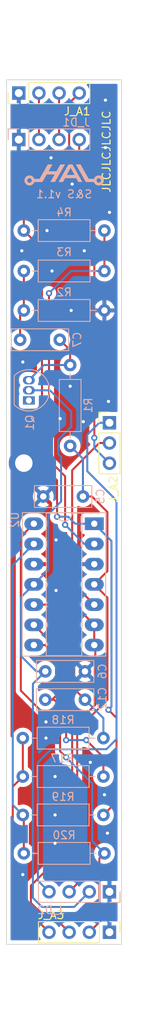
<source format=kicad_pcb>
(kicad_pcb (version 20240108) (generator "pcbnew") (generator_version "8.0")
  (title_block (rev "v1.1"))
  (layers (0 "F.Cu" signal) (31 "B.Cu" signal) (34 "B.Paste" user) (35 "F.Paste" user) (36 "B.SilkS" user "B.Silkscreen") (37 "F.SilkS" user "F.Silkscreen") (38 "B.Mask" user) (39 "F.Mask" user) (44 "Edge.Cuts" user))
  (net 0 "")
  (net 1 "GND")
  (net 2 "+12V")
  (net 3 "/NOISE")
  (net 4 "Net-(R3-Pad1)")
  (net 5 "Net-(C7-Pad2)")
  (net 6 "Net-(C7-Pad1)")
  (net 7 "Net-(J_A3-Pad4)")
  (net 8 "Net-(C12-Pad1)")
  (net 9 "Net-(J_A3-Pad2)")
  (net 10 "Net-(R19-Pad1)")
  (net 11 "Net-(C12-Pad2)")
  (net 13 "Net-(J_A2-Pad2)")
  (net 14 "Net-(J_A3-Pad3)")
  (net 15 "-12V")
  (net 16 "/CAP")
  (net 17 "Net-(J_A1-Pad2)")
  (net 18 "Net-(J_A1-Pad3)")
  (net 19 "/S_H2")
  (footprint "Eurorack:M2 Screw Hole" (layer "F.Cu") (at 30.734 85.979)
    (property "Reference" "REF**" (hide yes))
    (property "Value" "M2 Screw Hole" (hide yes))
    (pad "" thru_hole circle (at 0 0) (size 3.8 3.8) (drill 2.2) (layers "*.Cu" "*.Mask") (net 1 "GND"))
  )
  (footprint "Connector_PinHeader_2.54mm:PinHeader_1x04_P2.54mm_Vertical" (layer "F.Cu") (at 41.529 144.907 -90)
    (property "Reference" "J_A3" (at -2.159 7.366 180) (layer "F.SilkS"))
    (property "Value" "Conn_01x04_Male")
    (fp_line (start -1.33 8.95) (end 1.33 8.95) (stroke (width 0.12)) (layer "F.SilkS"))
    (fp_line (start -1.33 1.27) (end -1.33 8.95) (stroke (width 0.12)) (layer "F.SilkS"))
    (fp_line (start -1.33 1.27) (end 1.33 1.27) (stroke (width 0.12)) (layer "F.SilkS"))
    (fp_line (start 1.33 1.27) (end 1.33 8.95) (stroke (width 0.12)) (layer "F.SilkS"))
    (fp_line (start -1.33 0) (end -1.33 -1.33) (stroke (width 0.12)) (layer "F.SilkS"))
    (fp_line (start -1.33 -1.33) (end 0 -1.33) (stroke (width 0.12)) (layer "F.SilkS"))
    (pad "1" thru_hole rect (at 0 0 270) (size 1.7 1.7) (drill 1) (layers "*.Cu" "*.Mask") (net 1 "GND"))
    (pad "2" thru_hole oval (at 0 2.54 270) (size 1.7 1.7) (drill 1) (layers "*.Cu" "*.Mask") (net 9 "Net-(J_A3-Pad2)"))
    (pad "3" thru_hole oval (at 0 5.08 270) (size 1.7 1.7) (drill 1) (layers "*.Cu" "*.Mask") (net 14 "Net-(J_A3-Pad3)"))
    (pad "4" thru_hole oval (at 0 7.62 270) (size 1.7 1.7) (drill 1) (layers "*.Cu" "*.Mask") (net 7 "Net-(J_A3-Pad4)"))
  )
  (footprint "Connector_PinHeader_2.54mm:PinHeader_1x04_P2.54mm_Vertical" (layer "F.Cu") (at 30.099 39.497 90)
    (property "Reference" "J_A1" (at -2.286 7.366 180) (layer "F.SilkS"))
    (property "Value" "Conn_01x04_Male")
    (fp_line (start -1.33 -1.33) (end 0 -1.33) (stroke (width 0.12)) (layer "F.SilkS"))
    (fp_line (start -1.33 0) (end -1.33 -1.33) (stroke (width 0.12)) (layer "F.SilkS"))
    (fp_line (start 1.33 1.27) (end 1.33 8.95) (stroke (width 0.12)) (layer "F.SilkS"))
    (fp_line (start -1.33 1.27) (end 1.33 1.27) (stroke (width 0.12)) (layer "F.SilkS"))
    (fp_line (start -1.33 1.27) (end -1.33 8.95) (stroke (width 0.12)) (layer "F.SilkS"))
    (fp_line (start -1.33 8.95) (end 1.33 8.95) (stroke (width 0.12)) (layer "F.SilkS"))
    (pad "1" thru_hole rect (at 0 0 90) (size 1.7 1.7) (drill 1) (layers "*.Cu" "*.Mask") (net 1 "GND"))
    (pad "2" thru_hole oval (at 0 2.54 90) (size 1.7 1.7) (drill 1) (layers "*.Cu" "*.Mask") (net 17 "Net-(J_A1-Pad2)"))
    (pad "3" thru_hole oval (at 0 5.08 90) (size 1.7 1.7) (drill 1) (layers "*.Cu" "*.Mask") (net 18 "Net-(J_A1-Pad3)"))
    (pad "4" thru_hole oval (at 0 7.62 90) (size 1.7 1.7) (drill 1) (layers "*.Cu" "*.Mask") (net 3 "/NOISE"))
  )
  (footprint "Connector_PinHeader_2.54mm:PinHeader_1x03_P2.54mm_Vertical" (layer "F.Cu") (at 41.529 80.914)
    (property "Reference" "J_A2" (at 0.508 8.367 90) (layer "F.SilkS"))
    (property "Value" "Conn_01x03_Male")
    (fp_line (start -1.33 -1.33) (end 0 -1.33) (stroke (width 0.12)) (layer "F.SilkS"))
    (fp_line (start -1.33 0) (end -1.33 -1.33) (stroke (width 0.12)) (layer "F.SilkS"))
    (fp_line (start -1.33 1.27) (end -1.33 6.41) (stroke (width 0.12)) (layer "F.SilkS"))
    (fp_line (start -1.33 1.27) (end 1.33 1.27) (stroke (width 0.12)) (layer "F.SilkS"))
    (fp_line (start -1.33 6.41) (end 1.33 6.41) (stroke (width 0.12)) (layer "F.SilkS"))
    (fp_line (start 1.33 1.27) (end 1.33 6.41) (stroke (width 0.12)) (layer "F.SilkS"))
    (pad "1" thru_hole rect (at 0 0) (size 1.7 1.7) (drill 1) (layers "*.Cu" "*.Mask") (net 16 "/CAP"))
    (pad "2" thru_hole oval (at 0 2.54) (size 1.7 1.7) (drill 1) (layers "*.Cu" "*.Mask") (net 13 "Net-(J_A2-Pad2)"))
    (pad "3" thru_hole oval (at 0 5.08) (size 1.7 1.7) (drill 1) (layers "*.Cu" "*.Mask") (net 19 "/S_H2"))
  )
  (footprint "Resistor_THT:R_Axial_DIN0207_L6.3mm_D2.5mm_P10.16mm_Horizontal" (layer "B.Cu") (at 40.894 61.849 180)
    (property "Reference" "R3" (at 5.08 2.37 0) (layer "B.SilkS") (effects (justify mirror)))
    (property "Value" "2.2k")
    (fp_line (start 9.12 0) (end 8.35 0) (stroke (width 0.12)) (layer "B.SilkS"))
    (fp_line (start 8.35 1.37) (end 1.81 1.37) (stroke (width 0.12)) (layer "B.SilkS"))
    (fp_line (start 8.35 -1.37) (end 8.35 1.37) (stroke (width 0.12)) (layer "B.SilkS"))
    (fp_line (start 1.81 1.37) (end 1.81 -1.37) (stroke (width 0.12)) (layer "B.SilkS"))
    (fp_line (start 1.81 -1.37) (end 8.35 -1.37) (stroke (width 0.12)) (layer "B.SilkS"))
    (fp_line (start 1.04 0) (end 1.81 0) (stroke (width 0.12)) (layer "B.SilkS"))
    (pad "1" thru_hole circle (at 0 0 180) (size 1.6 1.6) (drill 0.8) (layers "*.Cu" "*.Mask") (net 4 "Net-(R3-Pad1)"))
    (pad "2" thru_hole oval (at 10.16 0 180) (size 1.6 1.6) (drill 0.8) (layers "*.Cu" "*.Mask") (net 5 "Net-(C7-Pad2)"))
  )
  (footprint "Resistor_THT:R_Axial_DIN0207_L6.3mm_D2.5mm_P10.16mm_Horizontal" (layer "B.Cu") (at 30.734 66.802)
    (property "Reference" "R2" (at 5.08 -2.286 0) (layer "B.SilkS") (effects (justify mirror)))
    (property "Value" "1M")
    (fp_line (start 1.04 0) (end 1.81 0) (stroke (width 0.12)) (layer "B.SilkS"))
    (fp_line (start 1.81 -1.37) (end 8.35 -1.37) (stroke (width 0.12)) (layer "B.SilkS"))
    (fp_line (start 1.81 1.37) (end 1.81 -1.37) (stroke (width 0.12)) (layer "B.SilkS"))
    (fp_line (start 8.35 -1.37) (end 8.35 1.37) (stroke (width 0.12)) (layer "B.SilkS"))
    (fp_line (start 8.35 1.37) (end 1.81 1.37) (stroke (width 0.12)) (layer "B.SilkS"))
    (fp_line (start 9.12 0) (end 8.35 0) (stroke (width 0.12)) (layer "B.SilkS"))
    (pad "1" thru_hole circle (at 0 0) (size 1.6 1.6) (drill 0.8) (layers "*.Cu" "*.Mask") (net 5 "Net-(C7-Pad2)"))
    (pad "2" thru_hole oval (at 10.16 0) (size 1.6 1.6) (drill 0.8) (layers "*.Cu" "*.Mask") (net 1 "GND"))
  )
  (footprint "Connector_PinHeader_2.54mm:PinHeader_1x04_P2.54mm_Vertical" (layer "B.Cu") (at 41.529 139.827 90)
    (property "Reference" "J_D2" (at -2.286 -7.366 180) (layer "B.SilkS") (effects (justify mirror)))
    (property "Value" "Conn_01x04_Female")
    (fp_line (start -1.33 -8.95) (end 1.33 -8.95) (stroke (width 0.12)) (layer "B.SilkS"))
    (fp_line (start 1.33 -1.27) (end 1.33 -8.95) (stroke (width 0.12)) (layer "B.SilkS"))
    (fp_line (start -1.33 -1.27) (end -1.33 -8.95) (stroke (width 0.12)) (layer "B.SilkS"))
    (fp_line (start -1.33 -1.27) (end 1.33 -1.27) (stroke (width 0.12)) (layer "B.SilkS"))
    (fp_line (start -1.33 0) (end -1.33 1.33) (stroke (width 0.12)) (layer "B.SilkS"))
    (fp_line (start -1.33 1.33) (end 0 1.33) (stroke (width 0.12)) (layer "B.SilkS"))
    (pad "1" thru_hole rect (at 0 0 90) (size 1.7 1.7) (drill 1) (layers "*.Cu" "*.Mask") (net 1 "GND"))
    (pad "2" thru_hole oval (at 0 -2.54 90) (size 1.7 1.7) (drill 1) (layers "*.Cu" "*.Mask") (net 15 "-12V"))
    (pad "3" thru_hole oval (at 0 -5.08 90) (size 1.7 1.7) (drill 1) (layers "*.Cu" "*.Mask") (net 2 "+12V"))
    (pad "4" thru_hole oval (at 0 -7.62 90) (size 1.7 1.7) (drill 1) (layers "*.Cu" "*.Mask") (net 16 "/CAP"))
  )
  (footprint "Capacitor_THT:C_Disc_D7.0mm_W2.5mm_P5.00mm" (layer "B.Cu") (at 38.441 115.697 180)
    (property "Reference" "C12" (at -2.199 0.127 90) (layer "B.SilkS") (effects (justify mirror)))
    (property "Value" "100pF")
    (fp_line (start 6.12 1.37) (end 6.12 -1.37) (stroke (width 0.12)) (layer "B.SilkS"))
    (fp_line (start -1.12 1.37) (end 6.12 1.37) (stroke (width 0.12)) (layer "B.SilkS"))
    (fp_line (start -1.12 1.37) (end -1.12 -1.37) (stroke (width 0.12)) (layer "B.SilkS"))
    (fp_line (start -1.12 -1.37) (end 6.12 -1.37) (stroke (width 0.12)) (layer "B.SilkS"))
    (pad "1" thru_hole circle (at 0 0 180) (size 1.6 1.6) (drill 0.8) (layers "*.Cu" "*.Mask") (net 8 "Net-(C12-Pad1)"))
    (pad "2" thru_hole circle (at 5 0 180) (size 1.6 1.6) (drill 0.8) (layers "*.Cu" "*.Mask") (net 11 "Net-(C12-Pad2)"))
  )
  (footprint "Capacitor_THT:C_Disc_D7.0mm_W2.5mm_P5.00mm" (layer "B.Cu") (at 38.441 112.141 180)
    (property "Reference" "C6" (at -2.199 0 90) (layer "B.SilkS") (effects (justify mirror)))
    (property "Value" "0.1uF")
    (fp_line (start 6.12 1.37) (end 6.12 -1.37) (stroke (width 0.12)) (layer "B.SilkS"))
    (fp_line (start -1.12 1.37) (end 6.12 1.37) (stroke (width 0.12)) (layer "B.SilkS"))
    (fp_line (start -1.12 1.37) (end -1.12 -1.37) (stroke (width 0.12)) (layer "B.SilkS"))
    (fp_line (start -1.12 -1.37) (end 6.12 -1.37) (stroke (width 0.12)) (layer "B.SilkS"))
    (pad "1" thru_hole circle (at 0 0 180) (size 1.6 1.6) (drill 0.8) (layers "*.Cu" "*.Mask") (net 1 "GND"))
    (pad "2" thru_hole circle (at 5 0 180) (size 1.6 1.6) (drill 0.8) (layers "*.Cu" "*.Mask") (net 15 "-12V"))
  )
  (footprint "Resistor_THT:R_Axial_DIN0207_L6.3mm_D2.5mm_P10.16mm_Horizontal" (layer "B.Cu") (at 30.607 120.523)
    (property "Reference" "R18" (at 5.08 -2.286 0) (layer "B.SilkS") (effects (justify mirror)))
    (property "Value" "4.7k")
    (fp_line (start 1.04 0) (end 1.81 0) (stroke (width 0.12)) (layer "B.SilkS"))
    (fp_line (start 1.81 -1.37) (end 8.35 -1.37) (stroke (width 0.12)) (layer "B.SilkS"))
    (fp_line (start 1.81 1.37) (end 1.81 -1.37) (stroke (width 0.12)) (layer "B.SilkS"))
    (fp_line (start 8.35 -1.37) (end 8.35 1.37) (stroke (width 0.12)) (layer "B.SilkS"))
    (fp_line (start 8.35 1.37) (end 1.81 1.37) (stroke (width 0.12)) (layer "B.SilkS"))
    (fp_line (start 9.12 0) (end 8.35 0) (stroke (width 0.12)) (layer "B.SilkS"))
    (pad "1" thru_hole circle (at 0 0) (size 1.6 1.6) (drill 0.8) (layers "*.Cu" "*.Mask") (net 7 "Net-(J_A3-Pad4)"))
    (pad "2" thru_hole oval (at 10.16 0) (size 1.6 1.6) (drill 0.8) (layers "*.Cu" "*.Mask") (net 8 "Net-(C12-Pad1)"))
  )
  (footprint "Resistor_THT:R_Axial_DIN0207_L6.3mm_D2.5mm_P10.16mm_Horizontal" (layer "B.Cu") (at 30.607 125.349)
    (property "Reference" "R17" (at 4.953 -2.286 0) (layer "B.SilkS") (effects (justify mirror)))
    (property "Value" "1k")
    (fp_line (start 1.04 0) (end 1.81 0) (stroke (width 0.12)) (layer "B.SilkS"))
    (fp_line (start 1.81 -1.37) (end 8.35 -1.37) (stroke (width 0.12)) (layer "B.SilkS"))
    (fp_line (start 1.81 1.37) (end 1.81 -1.37) (stroke (width 0.12)) (layer "B.SilkS"))
    (fp_line (start 8.35 -1.37) (end 8.35 1.37) (stroke (width 0.12)) (layer "B.SilkS"))
    (fp_line (start 8.35 1.37) (end 1.81 1.37) (stroke (width 0.12)) (layer "B.SilkS"))
    (fp_line (start 9.12 0) (end 8.35 0) (stroke (width 0.12)) (layer "B.SilkS"))
    (pad "1" thru_hole circle (at 0 0) (size 1.6 1.6) (drill 0.8) (layers "*.Cu" "*.Mask") (net 7 "Net-(J_A3-Pad4)"))
    (pad "2" thru_hole oval (at 10.16 0) (size 1.6 1.6) (drill 0.8) (layers "*.Cu" "*.Mask") (net 11 "Net-(C12-Pad2)"))
  )
  (footprint "Connector_PinHeader_2.54mm:PinHeader_1x04_P2.54mm_Vertical" (layer "B.Cu") (at 30.099 45.339 -90)
    (property "Reference" "J_D1" (at -2.159 -7.239 0) (layer "B.SilkS") (effects (justify mirror)))
    (property "Value" "Conn_01x04_Female")
    (fp_line (start -1.33 1.33) (end 0 1.33) (stroke (width 0.12)) (layer "B.SilkS"))
    (fp_line (start -1.33 0) (end -1.33 1.33) (stroke (width 0.12)) (layer "B.SilkS"))
    (fp_line (start -1.33 -1.27) (end 1.33 -1.27) (stroke (width 0.12)) (layer "B.SilkS"))
    (fp_line (start -1.33 -1.27) (end -1.33 -8.95) (stroke (width 0.12)) (layer "B.SilkS"))
    (fp_line (start 1.33 -1.27) (end 1.33 -8.95) (stroke (width 0.12)) (layer "B.SilkS"))
    (fp_line (start -1.33 -8.95) (end 1.33 -8.95) (stroke (width 0.12)) (layer "B.SilkS"))
    (pad "1" thru_hole rect (at 0 0 270) (size 1.7 1.7) (drill 1) (layers "*.Cu" "*.Mask") (net 1 "GND"))
    (pad "2" thru_hole oval (at 0 -2.54 270) (size 1.7 1.7) (drill 1) (layers "*.Cu" "*.Mask") (net 17 "Net-(J_A1-Pad2)"))
    (pad "3" thru_hole oval (at 0 -5.08 270) (size 1.7 1.7) (drill 1) (layers "*.Cu" "*.Mask") (net 18 "Net-(J_A1-Pad3)"))
    (pad "4" thru_hole oval (at 0 -7.62 270) (size 1.7 1.7) (drill 1) (layers "*.Cu" "*.Mask") (net 19 "/S_H2"))
  )
  (footprint "Resistor_THT:R_Axial_DIN0207_L6.3mm_D2.5mm_P10.16mm_Horizontal" (layer "B.Cu") (at 36.576 73.66 -90)
    (property "Reference" "R1" (at 5.08 -2.286 90) (layer "B.SilkS") (effects (justify mirror)))
    (property "Value" "240k")
    (fp_line (start 1.81 1.37) (end 1.81 -1.37) (stroke (width 0.12)) (layer "B.SilkS"))
    (fp_line (start 8.35 1.37) (end 1.81 1.37) (stroke (width 0.12)) (layer "B.SilkS"))
    (fp_line (start 1.04 0) (end 1.81 0) (stroke (width 0.12)) (layer "B.SilkS"))
    (fp_line (start 9.12 0) (end 8.35 0) (stroke (width 0.12)) (layer "B.SilkS"))
    (fp_line (start 1.81 -1.37) (end 8.35 -1.37) (stroke (width 0.12)) (layer "B.SilkS"))
    (fp_line (start 8.35 -1.37) (end 8.35 1.37) (stroke (width 0.12)) (layer "B.SilkS"))
    (pad "1" thru_hole circle (at 0 0 270) (size 1.6 1.6) (drill 0.8) (layers "*.Cu" "*.Mask") (net 6 "Net-(C7-Pad1)"))
    (pad "2" thru_hole oval (at 10.16 0 270) (size 1.6 1.6) (drill 0.8) (layers "*.Cu" "*.Mask") (net 2 "+12V"))
  )
  (footprint "Capacitor_THT:C_Disc_D7.0mm_W2.5mm_P5.00mm" (layer "B.Cu") (at 35.266 70.485 180)
    (property "Reference" "C7" (at -2.199 0 90) (layer "B.SilkS") (effects (justify mirror)))
    (property "Value" "0.1uF")
    (fp_line (start 6.12 1.37) (end 6.12 -1.37) (stroke (width 0.12)) (layer "B.SilkS"))
    (fp_line (start -1.12 1.37) (end 6.12 1.37) (stroke (width 0.12)) (layer "B.SilkS"))
    (fp_line (start -1.12 1.37) (end -1.12 -1.37) (stroke (width 0.12)) (layer "B.SilkS"))
    (fp_line (start -1.12 -1.37) (end 6.12 -1.37) (stroke (width 0.12)) (layer "B.SilkS"))
    (pad "1" thru_hole circle (at 0 0 180) (size 1.6 1.6) (drill 0.8) (layers "*.Cu" "*.Mask") (net 6 "Net-(C7-Pad1)"))
    (pad "2" thru_hole circle (at 5 0 180) (size 1.6 1.6) (drill 0.8) (layers "*.Cu" "*.Mask") (net 5 "Net-(C7-Pad2)"))
  )
  (footprint "Capacitor_THT:C_Disc_D7.0mm_W2.5mm_P5.00mm" (layer "B.Cu") (at 38.187 90.17 180)
    (property "Reference" "C5" (at -2.199 0 90) (layer "B.SilkS") (effects (justify mirror)))
    (property "Value" "0.1uF")
    (fp_line (start 6.12 1.37) (end 6.12 -1.37) (stroke (width 0.12)) (layer "B.SilkS"))
    (fp_line (start -1.12 1.37) (end 6.12 1.37) (stroke (width 0.12)) (layer "B.SilkS"))
    (fp_line (start -1.12 1.37) (end -1.12 -1.37) (stroke (width 0.12)) (layer "B.SilkS"))
    (fp_line (start -1.12 -1.37) (end 6.12 -1.37) (stroke (width 0.12)) (layer "B.SilkS"))
    (pad "1" thru_hole circle (at 0 0 180) (size 1.6 1.6) (drill 0.8) (layers "*.Cu" "*.Mask") (net 2 "+12V"))
    (pad "2" thru_hole circle (at 5 0 180) (size 1.6 1.6) (drill 0.8) (layers "*.Cu" "*.Mask") (net 1 "GND"))
  )
  (footprint "Resistor_THT:R_Axial_DIN0207_L6.3mm_D2.5mm_P10.16mm_Horizontal" (layer "B.Cu") (at 40.894 135.001 180)
    (property "Reference" "R20" (at 5.08 2.286 0) (layer "B.SilkS") (effects (justify mirror)))
    (property "Value" "33k")
    (fp_line (start 9.12 0) (end 8.35 0) (stroke (width 0.12)) (layer "B.SilkS"))
    (fp_line (start 8.35 1.37) (end 1.81 1.37) (stroke (width 0.12)) (layer "B.SilkS"))
    (fp_line (start 8.35 -1.37) (end 8.35 1.37) (stroke (width 0.12)) (layer "B.SilkS"))
    (fp_line (start 1.81 1.37) (end 1.81 -1.37) (stroke (width 0.12)) (layer "B.SilkS"))
    (fp_line (start 1.81 -1.37) (end 8.35 -1.37) (stroke (width 0.12)) (layer "B.SilkS"))
    (fp_line (start 1.04 0) (end 1.81 0) (stroke (width 0.12)) (layer "B.SilkS"))
    (pad "1" thru_hole circle (at 0 0 180) (size 1.6 1.6) (drill 0.8) (layers "*.Cu" "*.Mask") (net 9 "Net-(J_A3-Pad2)"))
    (pad "2" thru_hole oval (at 10.16 0 180) (size 1.6 1.6) (drill 0.8) (layers "*.Cu" "*.Mask") (net 10 "Net-(R19-Pad1)"))
  )
  (footprint "Package_TO_SOT_THT:TO-92_Inline" (layer "B.Cu") (at 31.369 78.105 90)
    (property "Reference" "Q1" (at -2.794 0.127 90) (layer "B.SilkS") (effects (justify mirror)))
    (property "Value" "BC547")
    (fp_line (start -0.53 -1.85) (end 3.07 -1.85) (stroke (width 0.12)) (layer "B.SilkS"))
    (fp_arc (start 3.108478 -1.838478) (mid 3.672087 0.994977) (end 1.27 2.6) (stroke (width 0.12)) (layer "B.SilkS"))
    (fp_arc (start 1.27 2.6) (mid -1.132087 0.994977) (end -0.568478 -1.838478) (stroke (width 0.12)) (layer "B.SilkS"))
    (pad "1" thru_hole rect (at 0 0 90) (size 1.05 1.5) (drill 0.75) (layers "*.Cu" "*.Mask"))
    (pad "2" thru_hole oval (at 1.27 0 90) (size 1.05 1.5) (drill 0.75) (layers "*.Cu" "*.Mask") (net 15 "-12V"))
    (pad "3" thru_hole oval (at 2.54 0 90) (size 1.05 1.5) (drill 0.75) (layers "*.Cu" "*.Mask") (net 6 "Net-(C7-Pad1)"))
  )
  (footprint "Resistor_THT:R_Axial_DIN0207_L6.3mm_D2.5mm_P10.16mm_Horizontal" (layer "B.Cu") (at 30.734 56.769)
    (property "Reference" "R4" (at 5.08 -2.286 0) (layer "B.SilkS") (effects (justify mirror)))
    (property "Value" "1M")
    (fp_line (start 1.04 0) (end 1.81 0) (stroke (width 0.12)) (layer "B.SilkS"))
    (fp_line (start 1.81 -1.37) (end 8.35 -1.37) (stroke (width 0.12)) (layer "B.SilkS"))
    (fp_line (start 1.81 1.37) (end 1.81 -1.37) (stroke (width 0.12)) (layer "B.SilkS"))
    (fp_line (start 8.35 -1.37) (end 8.35 1.37) (stroke (width 0.12)) (layer "B.SilkS"))
    (fp_line (start 8.35 1.37) (end 1.81 1.37) (stroke (width 0.12)) (layer "B.SilkS"))
    (fp_line (start 9.12 0) (end 8.35 0) (stroke (width 0.12)) (layer "B.SilkS"))
    (pad "1" thru_hole circle (at 0 0) (size 1.6 1.6) (drill 0.8) (layers "*.Cu" "*.Mask") (net 3 "/NOISE"))
    (pad "2" thru_hole oval (at 10.16 0) (size 1.6 1.6) (drill 0.8) (layers "*.Cu" "*.Mask") (net 4 "Net-(R3-Pad1)"))
  )
  (footprint "Resistor_THT:R_Axial_DIN0207_L6.3mm_D2.5mm_P10.16mm_Horizontal" (layer "B.Cu") (at 30.607 130.175)
    (property "Reference" "R19" (at 5.08 -2.286 0) (layer "B.SilkS") (effects (justify mirror)))
    (property "Value" "47k")
    (fp_line (start 1.04 0) (end 1.81 0) (stroke (width 0.12)) (layer "B.SilkS"))
    (fp_line (start 1.81 -1.37) (end 8.35 -1.37) (stroke (width 0.12)) (layer "B.SilkS"))
    (fp_line (start 1.81 1.37) (end 1.81 -1.37) (stroke (width 0.12)) (layer "B.SilkS"))
    (fp_line (start 8.35 -1.37) (end 8.35 1.37) (stroke (width 0.12)) (layer "B.SilkS"))
    (fp_line (start 8.35 1.37) (end 1.81 1.37) (stroke (width 0.12)) (layer "B.SilkS"))
    (fp_line (start 9.12 0) (end 8.35 0) (stroke (width 0.12)) (layer "B.SilkS"))
    (pad "1" thru_hole circle (at 0 0) (size 1.6 1.6) (drill 0.8) (layers "*.Cu" "*.Mask") (net 10 "Net-(R19-Pad1)"))
    (pad "2" thru_hole oval (at 10.16 0) (size 1.6 1.6) (drill 0.8) (layers "*.Cu" "*.Mask") (net 3 "/NOISE"))
  )
  (footprint "Logos:Avalon Harmonics Small 10mm" (layer "B.Cu") (at 35.814 49.784 180)
    (property "Reference" "G***" (hide yes))
    (property "Value" "LOGO" (hide yes))
    (fp_poly (pts (xy 0.079214 0.227091) (xy 0.134256 0.131095) (xy 0.188032 0.037276) (xy 0.240338 -0.054013) (xy 0.290972 -0.142414) (xy 0.33973 -0.227574) (xy 0.386409 -0.309134) (xy 0.430806 -0.386741) (xy 0.472718 -0.460038) (xy 0.511941 -0.528669) (xy 0.548273 -0.592279) (xy 0.581509 -0.650513) (xy 0.611448 -0.703013) (xy 0.637885 -0.749426) (xy 0.660618 -0.789394) (xy 0.679444 -0.822562) (xy 0.694158 -0.848575) (xy 0.704559 -0.867077) (xy 0.710442 -0.877711) (xy 0.711763 -0.880283) (xy 0.711837 -0.882078) (xy 0.71049 -0.883604) (xy 0.706995 -0.884881) (xy 0.700627 -0.885932) (xy 0.69066 -0.886779) (xy 0.676367 -0.887444) (xy 0.657023 -0.887948) (xy 0.631901 -0.888313) (xy 0.600275 -0.888562) (xy 0.56142 -0.888716) (xy 0.514608 -0.888797) (xy 0.459115 -0.888827) (xy 0.428224 -0.88883) (xy 0.142292 -0.88883) (xy 0.133055 -0.875399) (xy 0.128991 -0.868639) (xy 0.12071 -0.854153) (xy 0.108682 -0.832783) (xy 0.093376 -0.805375) (xy 0.07526 -0.77277) (xy 0.054805 -0.735813) (xy 0.032479 -0.695348) (xy 0.008751 -0.652217) (xy -0.002787 -0.631199) (xy -0.129392 -0.400429) (xy -0.830212 -0.401666) (xy -1.531033 -0.402904) (xy -1.658008 -0.640212) (xy -1.681852 -0.684744) (xy -1.704378 -0.726755) (xy -1.725154 -0.765444) (xy -1.743748 -0.80001) (xy -1.759728 -0.829649) (xy -1.772662 -0.853561) (xy -1.782118 -0.870944) (xy -1.787663 -0.880996) (xy -1.788935 -0.883175) (xy -1.794381 -0.884259) (xy -1.808401 -0.885243) (xy -1.829893 -0.886123) (xy -1.857756 -0.886896) (xy -1.890887 -0.887558) (xy -1.928184 -0.888105) (xy -1.968546 -0.888535) (xy -2.010869 -0.888843) (xy -2.054053 -0.889025) (xy -2.096995 -0.889079) (xy -2.138593 -0.889) (xy -2.177745 -0.888785) (xy -2.213349 -0.88843) (xy -2.244303 -0.887932) (xy -2.269505 -0.887287) (xy -2.287853 -0.886492) (xy -2.298245 -0.885542) (xy -2.300212 -0.884849) (xy -2.297839 -0.880307) (xy -2.290853 -0.867621) (xy -2.279455 -0.847145) (xy -2.263844 -0.819234) (xy -2.244221 -0.784242) (xy -2.220786 -0.742526) (xy -2.193738 -0.694438) (xy -2.163277 -0.640335) (xy -2.129604 -0.580571) (xy -2.092918 -0.5155) (xy -2.05342 -0.445478) (xy -2.01131 -0.370859) (xy -1.966787 -0.291999) (xy -1.920052 -0.209251) (xy -1.871304 -0.122971) (xy -1.820744 -0.033514) (xy -1.799726 0.003662) (xy -1.307377 0.003662) (xy -1.302892 0.003148) (xy -1.289294 0.002655) (xy -1.267238 0.002189) (xy -1.237378 0.001754) (xy -1.200369 0.001355) (xy -1.156865 0.000998) (xy -1.107521 0.000688) (xy -1.052992 0.000429) (xy -0.993932 0.000226) (xy -0.930995 0.000085) (xy -0.864837 0.000011) (xy -0.827549 0) (xy -0.748188 0.000007) (xy -0.678034 0.000034) (xy -0.616527 0.000093) (xy -0.563106 0.000191) (xy -0.517211 0.00034) (xy -0.478282 0.00055) (xy -0.445759 0.000829) (xy -0.41908 0.001189) (xy -0.397686 0.001639) (xy -0.381017 0.002188) (xy -0.368511 0.002847) (xy -0.35961 0.003626) (xy -0.353751 0.004535) (xy -0.350376 0.005583) (xy -0.348924 0.00678) (xy -0.348834 0.008137) (xy -0.348941 0.008456) (xy -0.351827 0.01437) (xy -0.358834 0.028025) (xy -0.3695 0.048537) (xy -0.383359 0.075024) (xy -0.39995 0.106601) (xy -0.418809 0.142385) (xy -0.439472 0.181492) (xy -0.460988 0.222117) (xy -0.486515 0.270262) (xy -0.515534 0.324993) (xy -0.54696 0.384262) (xy -0.579708 0.446025) (xy -0.612694 0.508238) (xy -0.644834 0.568854) (xy -0.675044 0.62583) (xy -0.693537 0.660708) (xy -0.721627 0.713558) (xy -0.745547 0.758261) (xy -0.765603 0.795354) (xy -0.782099 0.825371) (xy -0.79534 0.848849) (xy -0.805632 0.866322) (xy -0.813281 0.878326) (xy -0.818591 0.885397) (xy -0.821867 0.888071) (xy -0.822973 0.887799) (xy -0.826055 0.882718) (xy -0.833487 0.869639) (xy -0.844949 0.84914) (xy -0.860122 0.821801) (xy -0.878687 0.788202) (xy -0.900324 0.748924) (xy -0.924715 0.704546) (xy -0.95154 0.655648) (xy -0.98048 0.60281) (xy -1.011215 0.546612) (xy -1.043428 0.487634) (xy -1.067007 0.444414) (xy -1.100009 0.383894) (xy -1.131696 0.325787) (xy -1.161755 0.270666) (xy -1.189871 0.219107) (xy -1.215733 0.171685) (xy -1.239025 0.128975) (xy -1.259435 0.091551) (xy -1.276649 0.05999) (xy -1.290353 0.034864) (xy -1.300234 0.01675) (xy -1.305979 0.006222) (xy -1.307377 0.003662) (xy -1.799726 0.003662) (xy -1.768572 0.058766) (xy -1.714987 0.153514) (xy -1.675947 0.222525) (xy -1.051683 1.325918) (xy -0.550942 1.325918)) (fill solid) (layer "B.SilkS"))
    (fp_poly (pts (xy -1.87207 1.327501) (xy -1.82226 1.327375) (xy -1.771507 1.327185) (xy -1.479661 1.325918) (xy -2.102928 0.224649) (xy -2.157419 0.128397) (xy -2.210695 0.034346) (xy -2.262554 -0.057147) (xy -2.312792 -0.145727) (xy -2.361207 -0.231036) (xy -2.407596 -0.312719) (xy -2.451756 -0.390419) (xy -2.493483 -0.463781) (xy -2.532575 -0.532447) (xy -2.568828 -0.596061) (xy -2.60204 -0.654268) (xy -2.632007 -0.70671) (xy -2.658527 -0.753032) (xy -2.681397 -0.792877) (xy -2.700413 -0.825888) (xy -2.715372 -0.851711) (xy -2.726071 -0.869987) (xy -2.732309 -0.880361) (xy -2.733903 -0.882725) (xy -2.737115 -0.883747) (xy -2.744335 -0.884657) (xy -2.756031 -0.88546) (xy -2.77267 -0.886161) (xy -2.79472 -0.886767) (xy -2.822649 -0.887282) (xy -2.856923 -0.887713) (xy -2.89801 -0.888065) (xy -2.946379 -0.888342) (xy -3.002495 -0.888552) (xy -3.066828 -0.888699) (xy -3.139844 -0.888789) (xy -3.22201 -0.888827) (xy -3.250181 -0.88883) (xy -3.758752 -0.88883) (xy -3.774074 -0.929165) (xy -3.804344 -0.995334) (xy -3.843004 -1.057481) (xy -3.889275 -1.114946) (xy -3.942376 -1.167069) (xy -4.001527 -1.213189) (xy -4.065947 -1.252647) (xy -4.134856 -1.284781) (xy -4.207475 -1.308931) (xy -4.229264 -1.314381) (xy -4.252967 -1.318544) (xy -4.283528 -1.32197) (xy -4.318337 -1.324553) (xy -4.354784 -1.326188) (xy -4.390261 -1.326771) (xy -4.422157 -1.326196) (xy -4.447863 -1.324359) (xy -4.454584 -1.323451) (xy -4.532567 -1.306326) (xy -4.606473 -1.280629) (xy -4.675771 -1.24686) (xy -4.739931 -1.205519) (xy -4.798422 -1.157107) (xy -4.850712 -1.102122) (xy -4.89627 -1.041066) (xy -4.934566 -0.974438) (xy -4.965069 -0.90274) (xy -4.987247 -0.82647) (xy -4.988587 -0.820458) (xy -4.994022 -0.787315) (xy -4.997683 -0.747771) (xy -4.999487 -0.705045) (xy -4.999443 -0.691041) (xy -4.641204 -0.691041) (xy -4.636772 -0.743233) (xy -4.623237 -0.791966) (xy -4.600734 -0.836914) (xy -4.569401 -0.877754) (xy -4.557245 -0.890181) (xy -4.516528 -0.92304) (xy -4.471813 -0.947351) (xy -4.424108 -0.962872) (xy -4.374423 -0.969358) (xy -4.323768 -0.966569) (xy -4.280542 -0.956673) (xy -4.234505 -0.937318) (xy -4.192866 -0.90977) (xy -4.156596 -0.874985) (xy -4.126664 -0.833917) (xy -4.104042 -0.78752) (xy -4.101495 -0.7806) (xy -4.094633 -0.753061) (xy -4.090676 -0.719651) (xy -4.089666 -0.683817) (xy -4.091644 -0.649007) (xy -4.096651 -0.61867) (xy -4.099438 -0.60878) (xy -4.119298 -0.563324) (xy -4.147243 -0.521639) (xy -4.181947 -0.485078) (xy -4.222086 -0.454996) (xy -4.266337 -0.432747) (xy -4.274571 -0.429702) (xy -4.307143 -0.421371) (xy -4.344306 -0.416789) (xy -4.382164 -0.41614) (xy -4.416824 -0.41961) (xy -4.429494 -0.422341) (xy -4.475692 -0.438022) (xy -4.515848 -0.4599) (xy -4.552425 -0.489374) (xy -4.55892 -0.495694) (xy -4.592868 -0.535225) (xy -4.617538 -0.577094) (xy -4.633318 -0.622219) (xy -4.640591 -0.671514) (xy -4.641204 -0.691041) (xy -4.999443 -0.691041) (xy -4.999353 -0.662356) (xy -4.997198 -0.622922) (xy -4.994278 -0.597892) (xy -4.977785 -0.521332) (xy -4.952627 -0.448609) (xy -4.919339 -0.380274) (xy -4.878455 -0.316878) (xy -4.830506 -0.258971) (xy -4.776028 -0.207103) (xy -4.715553 -0.161824) (xy -4.649616 -0.123685) (xy -4.578749 -0.093236) (xy -4.503486 -0.071027) (xy -4.478331 -0.065706) (xy -4.434658 -0.059723) (xy -4.385446 -0.056955) (xy -4.334367 -0.057369) (xy -4.285095 -0.060932) (xy -4.2413 -0.067613) (xy -4.240332 -0.067814) (xy -4.162289 -0.089013) (xy -4.088289 -0.119086) (xy -4.018012 -0.158164) (xy -4.007441 -0.165029) (xy -3.984397 -0.182181) (xy -3.957543 -0.205181) (xy -3.928881 -0.232027) (xy -3.900413 -0.260718) (xy -3.874141 -0.289251) (xy -3.852068 -0.315624) (xy -3.83907 -0.333384) (xy -3.82465 -0.356465) (xy -3.80905 -0.383862) (xy -3.793722 -0.412791) (xy -3.780116 -0.440464) (xy -3.769685 -0.464097) (xy -3.766188 -0.473311) (xy -3.760939 -0.488368) (xy -3.429816 -0.488153) (xy -3.098693 -0.487939) (xy -2.5861 0.418316) (xy -2.536771 0.505495) (xy -2.488688 0.590411) (xy -2.442072 0.672671) (xy -2.397147 0.751885) (xy -2.354136 0.827662) (xy -2.313261 0.89961) (xy -2.274746 0.967339) (xy -2.238813 1.030458) (xy -2.205685 1.088574) (xy -2.175586 1.141298) (xy -2.148738 1.188238) (xy -2.125365 1.229003) (xy -2.105688 1.263202) (xy -2.089932 1.290443) (xy -2.078319 1.310336) (xy -2.071072 1.322489) (xy -2.06843 1.326511) (xy -2.062756 1.32684) (xy -2.048181 1.327109) (xy -2.025569 1.327317) (xy -1.995787 1.327462) (xy -1.959699 1.327543) (xy -1.918172 1.327556)) (fill solid) (layer "B.SilkS"))
    (fp_poly (pts (xy 1.946635 1.327518) (xy 1.982523 1.327424) (xy 2.012075 1.327262) (xy 2.034427 1.327036) (xy 2.048711 1.326748) (xy 2.054029 1.326415) (xy 2.056934 1.322044) (xy 2.064465 1.309583) (xy 2.076396 1.289424) (xy 2.092504 1.261954) (xy 2.112562 1.227564) (xy 2.136347 1.186642) (xy 2.163633 1.139578) (xy 2.194195 1.086761) (xy 2.227809 1.02858) (xy 2.264249 0.965425) (xy 2.30329 0.897685) (xy 2.344708 0.825749) (xy 2.388279 0.750006) (xy 2.433776 0.670846) (xy 2.480975 0.588657) (xy 2.529651 0.50383) (xy 2.578861 0.418006) (xy 3.098368 -0.488368) (xy 3.760939 -0.488368) (xy 3.766188 -0.473311) (xy 3.774547 -0.452657) (xy 3.786788 -0.426604) (xy 3.801457 -0.397939) (xy 3.817106 -0.369447) (xy 3.832282 -0.343915) (xy 3.83907 -0.333384) (xy 3.856514 -0.310043) (xy 3.879721 -0.282986) (xy 3.906687 -0.254215) (xy 3.935407 -0.225736) (xy 3.963876 -0.199551) (xy 3.990091 -0.177666) (xy 4.007537 -0.164965) (xy 4.076138 -0.12475) (xy 4.146404 -0.094049) (xy 4.219001 -0.072661) (xy 4.294595 -0.060382) (xy 4.363565 -0.056953) (xy 4.443673 -0.061447) (xy 4.520348 -0.075079) (xy 4.59346 -0.097796) (xy 4.66288 -0.129544) (xy 4.72848 -0.17027) (xy 4.790129 -0.219919) (xy 4.815423 -0.24403) (xy 4.867287 -0.30277) (xy 4.911309 -0.367196) (xy 4.947247 -0.436859) (xy 4.974858 -0.511309) (xy 4.989206 -0.566507) (xy 4.993963 -0.596515) (xy 4.997106 -0.633317) (xy 4.998631 -0.674085) (xy 4.998534 -0.715992) (xy 4.996812 -0.756212) (xy 4.993461 -0.791918) (xy 4.989552 -0.815574) (xy 4.968233 -0.893625) (xy 4.938811 -0.966272) (xy 4.901146 -1.033766) (xy 4.855099 -1.096357) (xy 4.801989 -1.152912) (xy 4.741292 -1.204134) (xy 4.675818 -1.246846) (xy 4.605513 -1.281076) (xy 4.530322 -1.306853) (xy 4.492982 -1.316122) (xy 4.477604 -1.318611) (xy 4.455698 -1.320993) (xy 4.429367 -1.32316) (xy 4.400712 -1.325005) (xy 4.371837 -1.32642) (xy 4.344845 -1.327298) (xy 4.321839 -1.327532) (xy 4.304921 -1.327014) (xy 4.297635 -1.326102) (xy 4.28945 -1.324514) (xy 4.274626 -1.321937) (xy 4.256177 -1.318894) (xy 4.253682 -1.318493) (xy 4.195155 -1.305321) (xy 4.134701 -1.28472) (xy 4.075037 -1.257854) (xy 4.01888 -1.225885) (xy 3.988131 -1.204835) (xy 3.935209 -1.160892) (xy 3.886322 -1.110433) (xy 3.842792 -1.055192) (xy 3.80594 -0.9969) (xy 3.777091 -0.937289) (xy 3.770175 -0.919352) (xy 3.759122 -0.88883) (xy 3.249781 -0.88883) (xy 3.166047 -0.888811) (xy 3.09157 -0.888753) (xy 3.025841 -0.888648) (xy 2.968348 -0.888489) (xy 2.918582 -0.88827) (xy 2.876033 -0.887985) (xy 2.84019 -0.887627) (xy 2.810544 -0.88719) (xy 2.786584 -0.886666) (xy 2.767801 -0.88605) (xy 2.753683 -0.885336) (xy 2.743722 -0.884515) (xy 2.737406 -0.883583) (xy 2.734226 -0.882533) (xy 2.733862 -0.882252) (xy 2.730605 -0.877212) (xy 2.722825 -0.86424) (xy 2.710839 -0.843884) (xy 2.694966 -0.816694) (xy 2.675523 -0.783222) (xy 2.652829 -0.744016) (xy 2.6272 -0.699626) (xy 2.624615 -0.695139) (xy 4.087637 -0.695139) (xy 4.092248 -0.744618) (xy 4.105492 -0.791275) (xy 4.126484 -0.834284) (xy 4.154339 -0.872817) (xy 4.188171 -0.90605) (xy 4.227096 -0.933154) (xy 4.270229 -0.953304) (xy 4.316685 -0.965673) (xy 4.365579 -0.969436) (xy 4.380658 -0.968758) (xy 4.40288 -0.966182) (xy 4.426075 -0.962058) (xy 4.439006 -0.958953) (xy 4.486446 -0.9407) (xy 4.529314 -0.914287) (xy 4.566735 -0.880596) (xy 4.597831 -0.840508) (xy 4.621726 -0.794907) (xy 4.632527 -0.764296) (xy 4.638031 -0.737264) (xy 4.64083 -0.704666) (xy 4.641089 -0.691041) (xy 4.637014 -0.640155) (xy 4.62454 -0.593688) (xy 4.603291 -0.550749) (xy 4.572894 -0.510448) (xy 4.55892 -0.495694) (xy 4.519726 -0.46305) (xy 4.47667 -0.438801) (xy 4.430876 -0.422941) (xy 4.383469 -0.415467) (xy 4.335576 -0.416375) (xy 4.288321 -0.42566) (xy 4.24283 -0.44332) (xy 4.200228 -0.46935) (xy 4.168129 -0.497048) (xy 4.135117 -0.536739) (xy 4.110598 -0.581079) (xy 4.094795 -0.629518) (xy 4.08793 -0.68151) (xy 4.087637 -0.695139) (xy 2.624615 -0.695139) (xy 2.598955 -0.650603) (xy 2.568411 -0.597497) (xy 2.535887 -0.540857) (xy 2.5017 -0.481233) (xy 2.466169 -0.419176) (xy 2.458806 -0.406307) (xy 2.190329 0.06306) (xy 1.695857 0.063274) (xy 1.627265 0.063281) (xy 1.561494 0.063243) (xy 1.499193 0.063163) (xy 1.441012 0.063045) (xy 1.387601 0.06289) (xy 1.339609 0.062702) (xy 1.297686 0.062483) (xy 1.262482 0.062236) (xy 1.234647 0.061965) (xy 1.214831 0.061671) (xy 1.203683 0.061358) (xy 1.201384 0.061132) (xy 1.203763 0.056668) (xy 1.210694 0.044276) (xy 1.221866 0.024497) (xy 1.23697 -0.002126) (xy 1.255698 -0.035049) (xy 1.277739 -0.07373) (xy 1.302783 -0.117627) (xy 1.330522 -0.166196) (xy 1.360646 -0.218894) (xy 1.392844 -0.275179) (xy 1.426809 -0.334509) (xy 1.462229 -0.39634) (xy 1.469986 -0.409875) (xy 1.505681 -0.472179) (xy 1.539986 -0.532103) (xy 1.572591 -0.589105) (xy 1.603188 -0.642641) (xy 1.631465 -0.692168) (xy 1.657114 -0.737142) (xy 1.679826 -0.777021) (xy 1.699289 -0.811261) (xy 1.715196 -0.839319) (xy 1.727236 -0.860651) (xy 1.7351 -0.874714) (xy 1.738478 -0.880966) (xy 1.738589 -0.881237) (xy 1.733845 -0.88172) (xy 1.720176 -0.882176) (xy 1.698422 -0.882597) (xy 1.669424 -0.882975) (xy 1.634024 -0.883302) (xy 1.593064 -0.88357) (xy 1.547384 -0.883772) (xy 1.497826 -0.8839) (xy 1.445231 -0.883946) (xy 1.148666 -0.883946) (xy 0.51695 0.217922) (xy 0.461867 0.314005) (xy 0.408055 0.407883) (xy 0.355716 0.499202) (xy 0.305051 0.58761) (xy 0.256264 0.672752) (xy 0.209557 0.754276) (xy 0.165132 0.831827) (xy 0.123192 0.905052) (xy 0.083939 0.973598) (xy 0.047575 1.037111) (xy 0.014304 1.095237) (xy -0.015674 1.147623) (xy -0.042154 1.193915) (xy -0.064935 1.23376) (xy -0.083815 1.266805) (xy -0.09859 1.292695) (xy -0.109059 1.311078) (xy -0.11502 1.321599) (xy -0.116407 1.324112) (xy -0.111964 1.324913) (xy -0.098464 1.325614) (xy -0.076617 1.326209) (xy -0.047134 1.32669) (xy -0.010726 1.327049) (xy 0.031899 1.327279) (xy 0.080028 1.327374) (xy 0.132953 1.327325) (xy 0.178461 1.327177) (xy 0.47497 1.325918) (xy 0.722075 0.894933) (xy 0.96918 0.463949) (xy 1.959071 0.463949) (xy 1.943061 0.49203) (xy 1.938344 0.500283) (xy 1.929137 0.516374) (xy 1.915804 0.539666) (xy 1.898711 0.569522) (xy 1.878222 0.605305) (xy 1.854702 0.646377) (xy 1.828516 0.692101) (xy 1.800029 0.741841) (xy 1.769605 0.794959) (xy 1.73761 0.850818) (xy 1.704408 0.90878) (xy 1.696254 0.923014) (xy 1.465459 1.325918) (xy 1.75708 1.327185) (xy 1.809636 1.327379) (xy 1.859326 1.327498) (xy 1.905281 1.327544)) (fill solid) (layer "B.SilkS"))
  )
  (footprint "Package_DIP:DIP-14_W7.62mm_Socket_LongPads" (layer "B.Cu") (at 39.614 93.594 180)
    (property "Reference" "U2" (at 10.023 0.503 90) (layer "B.SilkS") (effects (justify mirror)))
    (property "Value" "TL074")
    (fp_line (start 9.06 1.39) (end -1.44 1.39) (stroke (width 0.12)) (layer "B.SilkS"))
    (fp_line (start 9.06 -16.63) (end 9.06 1.39) (stroke (width 0.12)) (layer "B.SilkS"))
    (fp_line (start 6.06 1.33) (end 4.81 1.33) (stroke (width 0.12)) (layer "B.SilkS"))
    (fp_line (start 6.06 -16.57) (end 6.06 1.33) (stroke (width 0.12)) (layer "B.SilkS"))
    (fp_line (start 2.81 1.33) (end 1.56 1.33) (stroke (width 0.12)) (layer "B.SilkS"))
    (fp_line (start 1.56 1.33) (end 1.56 -16.57) (stroke (width 0.12)) (layer "B.SilkS"))
    (fp_line (start 1.56 -16.57) (end 6.06 -16.57) (stroke (width 0.12)) (layer "B.SilkS"))
    (fp_line (start -1.44 1.39) (end -1.44 -16.63) (stroke (width 0.12)) (layer "B.SilkS"))
    (fp_line (start -1.44 -16.63) (end 9.06 -16.63) (stroke (width 0.12)) (layer "B.SilkS"))
    (fp_arc (start 2.81 1.33) (mid 3.81 0.33) (end 4.81 1.33) (stroke (width 0.12)) (layer "B.SilkS"))
    (pad "1" thru_hole rect (at 0 0 180) (size 2.4 1.6) (drill 0.8) (layers "*.Cu" "*.Mask") (net 3 "/NOISE"))
    (pad "2" thru_hole oval (at 0 -2.54 180) (size 2.4 1.6) (drill 0.8) (layers "*.Cu" "*.Mask") (net 4 "Net-(R3-Pad1)"))
    (pad "3" thru_hole oval (at 0 -5.08 180) (size 2.4 1.6) (drill 0.8) (layers "*.Cu" "*.Mask") (net 1 "GND"))
    (pad "4" thru_hole oval (at 0 -7.62 180) (size 2.4 1.6) (drill 0.8) (layers "*.Cu" "*.Mask") (net 2 "+12V"))
    (pad "5" thru_hole oval (at 0 -10.16 180) (size 2.4 1.6) (drill 0.8) (layers "*.Cu" "*.Mask") (net 13 "Net-(J_A2-Pad2)"))
    (pad "6" thru_hole oval (at 0 -12.7 180) (size 2.4 1.6) (drill 0.8) (layers "*.Cu" "*.Mask") (net 14 "Net-(J_A3-Pad3)"))
    (pad "7" thru_hole oval (at 0 -15.24 180) (size 2.4 1.6) (drill 0.8) (layers "*.Cu" "*.Mask") (net 14 "Net-(J_A3-Pad3)"))
    (pad "8" thru_hole oval (at 7.62 -15.24 180) (size 2.4 1.6) (drill 0.8) (layers "*.Cu" "*.Mask") (net 11 "Net-(C12-Pad2)"))
    (pad "9" thru_hole oval (at 7.62 -12.7 180) (size 2.4 1.6) (drill 0.8) (layers "*.Cu" "*.Mask") (net 8 "Net-(C12-Pad1)"))
    (pad "10" thru_hole oval (at 7.62 -10.16 180) (size 2.4 1.6) (drill 0.8) (layers "*.Cu" "*.Mask") (net 14 "Net-(J_A3-Pad3)"))
    (pad "11" thru_hole oval (at 7.62 -7.62 180) (size 2.4 1.6) (drill 0.8) (layers "*.Cu" "*.Mask") (net 15 "-12V"))
    (pad "12" thru_hole oval (at 7.62 -5.08 180) (size 2.4 1.6) (drill 0.8) (layers "*.Cu" "*.Mask") (net 1 "GND"))
    (pad "13" thru_hole oval (at 7.62 -2.54 180) (size 2.4 1.6) (drill 0.8) (layers "*.Cu" "*.Mask") (net 10 "Net-(R19-Pad1)"))
    (pad "14" thru_hole oval (at 7.62 0 180) (size 2.4 1.6) (drill 0.8) (layers "*.Cu" "*.Mask") (net 9 "Net-(J_A3-Pad2)"))
  )
  (gr_rect (start 28.553 37.831) (end 43.053 146.431) (stroke (width 0.1)) (fill none) (layer "Edge.Cuts"))
  (gr_text "S&S v1.1" (at 35.814 52.197 0) (layer "B.SilkS") (effects (font (size 1 1)) (justify mirror)))
  (gr_text "JLCJLCJLCJLC" (at 41.148 46.863 90) (layer "F.SilkS") (effects (font (size 1 1))))
  (via (at 34.671 133.731) (size 0.8) (drill 0.4) (layers "F.Cu" "B.Cu") (net 1))
  (via (at 36.576 76.327) (size 0.8) (drill 0.4) (layers "F.Cu" "B.Cu") (net 1))
  (via (at 38.227 80.772) (size 0.8) (drill 0.4) (layers "F.Cu" "B.Cu") (net 1))
  (via (at 34.798 95.631) (size 0.8) (drill 0.4) (layers "F.Cu" "B.Cu") (net 1))
  (via (at 35.306 80.391) (size 0.8) (drill 0.4) (layers "F.Cu" "B.Cu") (net 1))
  (via (at 34.671 130.175) (size 0.8) (drill 0.4) (layers "F.Cu" "B.Cu") (net 1))
  (via (at 33.528 120.523) (size 0.8) (drill 0.4) (layers "F.Cu" "B.Cu") (net 1))
  (via (at 41.529 54.483) (size 0.8) (drill 0.4) (layers "F.Cu" "B.Cu") (net 1))
  (via (at 36.703 66.802) (size 0.8) (drill 0.4) (layers "F.Cu" "B.Cu") (net 1))
  (via (at 34.163 47.625) (size 0.8) (drill 0.4) (layers "F.Cu" "B.Cu") (net 1))
  (via (at 33.655 56.769) (size 0.8) (drill 0.4) (layers "F.Cu" "B.Cu") (net 1))
  (via (at 36.83 50.927) (size 0.8) (drill 0.4) (layers "F.Cu" "B.Cu") (net 1))
  (via (at 34.671 125.349) (size 0.8) (drill 0.4) (layers "F.Cu" "B.Cu") (net 1))
  (via (at 40.894 127.635) (size 0.8) (drill 0.4) (layers "F.Cu" "B.Cu") (net 1))
  (via (at 34.29 61.849) (size 0.8) (drill 0.4) (layers "F.Cu" "B.Cu") (net 1))
  (via (at 38.354 59.309) (size 0.8) (drill 0.4) (layers "F.Cu" "B.Cu") (net 1))
  (via (at 41.021 40.386) (size 0.8) (drill 0.4) (layers "F.Cu" "B.Cu") (net 1))
  (via (at 39.116 123.571) (size 0.8) (drill 0.4) (layers "F.Cu" "B.Cu") (net 1))
  (via (at 34.798 101.981) (size 0.8) (drill 0.4) (layers "F.Cu" "B.Cu") (net 1))
  (via (at 33.528 118.491) (size 0.8) (drill 0.4) (layers "F.Cu" "B.Cu") (net 1))
  (via (at 41.275 132.461) (size 0.8) (drill 0.4) (layers "F.Cu" "B.Cu") (net 1))
  (via (at 41.402 78.232) (size 0.8) (drill 0.4) (layers "F.Cu" "B.Cu") (net 1))
  (via (at 30.607 73.279) (size 0.8) (drill 0.4) (layers "F.Cu" "B.Cu") (net 1))
  (via (at 30.48 59.309) (size 0.8) (drill 0.4) (layers "F.Cu" "B.Cu") (net 1))
  (via (at 30.607 137.668) (size 0.8) (drill 0.4) (layers "F.Cu" "B.Cu") (net 1))
  (via (at 41.021 46.355) (size 0.8) (drill 0.4) (layers "F.Cu" "B.Cu") (net 1))
  (segment (start 41.275 115.697) (end 41.275 102.875) (width 0.25) (layer "F.Cu") (net 2))
  (segment (start 37.465 119.507) (end 41.275 115.697) (width 0.25) (layer "F.Cu") (net 2))
  (segment (start 41.275 99.553) (end 41.275 92.12663) (width 0.25) (layer "F.Cu") (net 2))
  (segment (start 41.275 102.875) (end 39.614 101.214) (width 0.25) (layer "F.Cu") (net 2))
  (segment (start 37.465 138.811) (end 37.465 119.507) (width 0.25) (layer "F.Cu") (net 2))
  (segment (start 39.614 101.214) (end 41.275 99.553) (width 0.25) (layer "F.Cu") (net 2))
  (segment (start 39.31837 90.17) (end 38.187 90.17) (width 0.25) (layer "F.Cu") (net 2))
  (segment (start 41.275 92.12663) (end 39.31837 90.17) (width 0.25) (layer "F.Cu") (net 2))
  (segment (start 36.449 139.827) (end 37.465 138.811) (width 0.25) (layer "F.Cu") (net 2))
  (segment (start 38.187 90.17) (end 38.187 85.431) (width 0.25) (layer "B.Cu") (net 2))
  (segment (start 38.187 85.431) (end 36.576 83.82) (width 0.25) (layer "B.Cu") (net 2))
  (segment (start 34.925 92.71) (end 34.925 88.138) (width 0.25) (layer "F.Cu") (net 3))
  (segment (start 41.402 116.967) (end 42.418 117.983) (width 0.25) (layer "F.Cu") (net 3))
  (segment (start 34.925 88.138) (end 33.02 86.233) (width 0.25) (layer "F.Cu") (net 3))
  (segment (start 33.02 59.055) (end 30.734 56.769) (width 0.25) (layer "F.Cu") (net 3))
  (segment (start 42.418 117.983) (end 42.418 128.524) (width 0.25) (layer "F.Cu") (net 3))
  (segment (start 33.02 86.233) (end 33.02 59.055) (width 0.25) (layer "F.Cu") (net 3))
  (segment (start 36.449 40.767) (end 37.719 39.497) (width 0.25) (layer "F.Cu") (net 3))
  (segment (start 30.734 54.864) (end 36.449 49.149) (width 0.25) (layer "F.Cu") (net 3))
  (segment (start 30.734 56.769) (end 30.734 54.864) (width 0.25) (layer "F.Cu") (net 3))
  (segment (start 42.418 128.524) (end 40.767 130.175) (width 0.25) (layer "F.Cu") (net 3))
  (segment (start 36.449 49.149) (end 36.449 40.767) (width 0.25) (layer "F.Cu") (net 3))
  (via (at 41.402 116.967) (size 0.8) (drill 0.4) (layers "F.Cu" "B.Cu") (net 3))
  (via (at 34.925 92.71) (size 0.8) (drill 0.4) (layers "F.Cu" "B.Cu") (net 3))
  (segment (start 41.402 116.967) (end 41.783 116.586) (width 0.25) (layer "B.Cu") (net 3))
  (segment (start 41.783 116.586) (end 41.783 95.763) (width 0.25) (layer "B.Cu") (net 3))
  (segment (start 36.322 92.71) (end 37.206 93.594) (width 0.25) (layer "B.Cu") (net 3))
  (segment (start 37.206 93.594) (end 39.614 93.594) (width 0.25) (layer "B.Cu") (net 3))
  (segment (start 34.925 92.71) (end 36.322 92.71) (width 0.25) (layer "B.Cu") (net 3))
  (segment (start 41.783 95.763) (end 39.614 93.594) (width 0.25) (layer "B.Cu") (net 3))
  (segment (start 35.941 87.63) (end 35.941 93.726) (width 0.25) (layer "F.Cu") (net 4))
  (segment (start 33.909 64.643) (end 33.909 85.598) (width 0.25) (layer "F.Cu") (net 4))
  (segment (start 33.909 85.598) (end 35.941 87.63) (width 0.25) (layer "F.Cu") (net 4))
  (segment (start 40.894 56.769) (end 40.894 61.849) (width 0.25) (layer "F.Cu") (net 4))
  (via (at 33.909 64.643) (size 0.8) (drill 0.4) (layers "F.Cu" "B.Cu") (net 4))
  (via (at 35.941 93.726) (size 0.8) (drill 0.4) (layers "F.Cu" "B.Cu") (net 4))
  (segment (start 35.941 93.726) (end 38.349 96.134) (width 0.25) (layer "B.Cu") (net 4))
  (segment (start 36.703 61.849) (end 33.909 64.643) (width 0.25) (layer "B.Cu") (net 4))
  (segment (start 40.894 61.849) (end 36.703 61.849) (width 0.25) (layer "B.Cu") (net 4))
  (segment (start 38.349 96.134) (end 39.614 96.134) (width 0.25) (layer "B.Cu") (net 4))
  (segment (start 30.266 70.485) (end 30.266 67.27) (width 0.25) (layer "F.Cu") (net 5))
  (segment (start 30.734 66.802) (end 30.734 61.849) (width 0.25) (layer "F.Cu") (net 5))
  (segment (start 30.266 67.27) (end 30.734 66.802) (width 0.25) (layer "F.Cu") (net 5))
  (segment (start 36.576 73.66) (end 36.576 71.795) (width 0.25) (layer "F.Cu") (net 6))
  (segment (start 36.576 71.795) (end 35.266 70.485) (width 0.25) (layer "F.Cu") (net 6))
  (segment (start 33.274 73.66) (end 31.369 75.565) (width 0.25) (layer "B.Cu") (net 6))
  (segment (start 36.576 73.66) (end 33.274 73.66) (width 0.25) (layer "B.Cu") (net 6))
  (segment (start 29.337 140.335) (end 29.337 126.619) (width 0.25) (layer "F.Cu") (net 7))
  (segment (start 33.909 144.907) (end 29.337 140.335) (width 0.25) (layer "F.Cu") (net 7))
  (segment (start 30.607 125.349) (end 30.607 120.523) (width 0.25) (layer "F.Cu") (net 7))
  (segment (start 29.337 126.619) (end 30.607 125.349) (width 0.25) (layer "F.Cu") (net 7))
  (segment (start 31.994 106.294) (end 37.084 111.384) (width 0.25) (layer "F.Cu") (net 8))
  (segment (start 37.084 111.384) (end 37.084 114.34) (width 0.25) (layer "F.Cu") (net 8))
  (segment (start 37.084 114.34) (end 38.441 115.697) (width 0.25) (layer "F.Cu") (net 8))
  (segment (start 40.767 120.523) (end 40.767 118.023) (width 0.25) (layer "B.Cu") (net 8))
  (segment (start 40.767 118.023) (end 38.441 115.697) (width 0.25) (layer "B.Cu") (net 8))
  (segment (start 31.994 93.594) (end 30.353 95.235) (width 0.25) (layer "F.Cu") (net 9))
  (segment (start 40.259 143.637) (end 40.259 135.636) (width 0.25) (layer "F.Cu") (net 9))
  (segment (start 34.29 117.094) (end 35.306 118.11) (width 0.25) (layer "F.Cu") (net 9))
  (segment (start 30.353 114.554) (end 32.893 117.094) (width 0.25) (layer "F.Cu") (net 9))
  (segment (start 35.306 118.11) (end 35.306 122.174) (width 0.25) (layer "F.Cu") (net 9))
  (segment (start 35.306 122.174) (end 36.068 122.936) (width 0.25) (layer "F.Cu") (net 9))
  (segment (start 40.259 135.636) (end 40.894 135.001) (width 0.25) (layer "F.Cu") (net 9))
  (segment (start 38.989 144.907) (end 40.259 143.637) (width 0.25) (layer "F.Cu") (net 9))
  (segment (start 30.353 95.235) (end 30.353 114.554) (width 0.25) (layer "F.Cu") (net 9))
  (segment (start 32.893 117.094) (end 34.29 117.094) (width 0.25) (layer "F.Cu") (net 9))
  (via (at 36.068 122.936) (size 0.8) (drill 0.4) (layers "F.Cu" "B.Cu") (net 9))
  (segment (start 39.37 133.477) (end 40.894 135.001) (width 0.25) (layer "B.Cu") (net 9))
  (segment (start 39.37 126.238) (end 39.37 133.477) (width 0.25) (layer "B.Cu") (net 9))
  (segment (start 36.068 122.936) (end 39.37 126.238) (width 0.25) (layer "B.Cu") (net 9))
  (segment (start 30.734 130.302) (end 30.607 130.175) (width 0.25) (layer "F.Cu") (net 10))
  (segment (start 30.734 135.001) (end 30.734 130.302) (width 0.25) (layer "F.Cu") (net 10))
  (segment (start 30.607 130.175) (end 29.337 128.905) (width 0.25) (layer "B.Cu") (net 10))
  (segment (start 29.337 98.791) (end 31.994 96.134) (width 0.25) (layer "B.Cu") (net 10))
  (segment (start 29.337 128.905) (end 29.337 98.791) (width 0.25) (layer "B.Cu") (net 10))
  (segment (start 40.767 122.936) (end 40.767 125.349) (width 0.25) (layer "F.Cu") (net 11))
  (segment (start 34.544 115.697) (end 36.068 117.221) (width 0.25) (layer "F.Cu") (net 11))
  (segment (start 36.068 117.221) (end 36.068 120.777) (width 0.25) (layer "F.Cu") (net 11))
  (segment (start 31.994 108.834) (end 33.396 108.834) (width 0.25) (layer "F.Cu") (net 11))
  (segment (start 34.798 115.189) (end 34.29 115.697) (width 0.25) (layer "F.Cu") (net 11))
  (segment (start 34.29 115.697) (end 33.441 115.697) (width 0.25) (layer "F.Cu") (net 11))
  (segment (start 33.396 108.834) (end 34.798 110.236) (width 0.25) (layer "F.Cu") (net 11))
  (segment (start 38.608 120.777) (end 40.767 122.936) (width 0.25) (layer "F.Cu") (net 11))
  (segment (start 34.798 110.236) (end 34.798 115.189) (width 0.25) (layer "F.Cu") (net 11))
  (segment (start 33.441 115.697) (end 34.544 115.697) (width 0.25) (layer "F.Cu") (net 11))
  (via (at 36.068 120.777) (size 0.8) (drill 0.4) (layers "F.Cu" "B.Cu") (net 11))
  (via (at 38.608 120.777) (size 0.8) (drill 0.4) (layers "F.Cu" "B.Cu") (net 11))
  (segment (start 36.068 120.777) (end 38.608 120.777) (width 0.25) (layer "B.Cu") (net 11))
  (segment (start 36.83 86.868) (end 40.244 83.454) (width 0.25) (layer "F.Cu") (net 13))
  (segment (start 39.614 103.754) (end 36.83 100.97) (width 0.25) (layer "F.Cu") (net 13))
  (segment (start 40.244 83.454) (end 41.529 83.454) (width 0.25) (layer "F.Cu") (net 13))
  (segment (start 36.83 100.97) (end 36.83 86.868) (width 0.25) (layer "F.Cu") (net 13))
  (segment (start 33.655 143.256) (end 31.623 141.224) (width 0.25) (layer "F.Cu") (net 14))
  (segment (start 31.623 141.224) (end 31.623 139.065) (width 0.25) (layer "F.Cu") (net 14))
  (segment (start 39.614 108.834) (end 39.614 106.294) (width 0.25) (layer "F.Cu") (net 14))
  (segment (start 31.623 139.065) (end 36.83 133.858) (width 0.25) (layer "F.Cu") (net 14))
  (segment (start 39.751 108.971) (end 39.614 108.834) (width 0.25) (layer "F.Cu") (net 14))
  (segment (start 37.074 103.754) (end 31.994 103.754) (width 0.25) (layer "F.Cu") (net 14))
  (segment (start 39.614 106.294) (end 37.074 103.754) (width 0.25) (layer "F.Cu") (net 14))
  (segment (start 39.751 116.332) (end 39.751 108.971) (width 0.25) (layer "F.Cu") (net 14))
  (segment (start 36.449 144.907) (end 34.798 143.256) (width 0.25) (layer "F.Cu") (net 14))
  (segment (start 34.798 143.256) (end 33.655 143.256) (width 0.25) (layer "F.Cu") (net 14))
  (segment (start 36.83 133.858) (end 36.83 119.253) (width 0.25) (layer "F.Cu") (net 14))
  (segment (start 36.83 119.253) (end 39.751 116.332) (width 0.25) (layer "F.Cu") (net 14))
  (segment (start 31.877 113.705) (end 31.877 140.589) (width 0.25) (layer "B.Cu") (net 15))
  (segment (start 36.703 79.502) (end 34.036 76.835) (width 0.25) (layer "B.Cu") (net 15))
  (segment (start 34.036 76.835) (end 31.369 76.835) (width 0.25) (layer "B.Cu") (net 15))
  (segment (start 35.052 84.836) (end 35.052 83.058) (width 0.25) (layer "B.Cu") (net 15))
  (segment (start 35.433 85.217) (end 35.052 84.836) (width 0.25) (layer "B.Cu") (net 15))
  (segment (start 35.052 83.058) (end 36.703 81.407) (width 0.25) (layer "B.Cu") (net 15))
  (segment (start 36.703 81.407) (end 36.703 79.502) (width 0.25) (layer "B.Cu") (net 15))
  (segment (start 33.02 141.732) (end 37.084 141.732) (width 0.25) (layer "B.Cu") (net 15))
  (segment (start 35.433 90.805) (end 35.433 85.217) (width 0.25) (layer "B.Cu") (net 15))
  (segment (start 31.877 140.589) (end 33.02 141.732) (width 0.25) (layer "B.Cu") (net 15))
  (segment (start 37.084 141.732) (end 38.989 139.827) (width 0.25) (layer "B.Cu") (net 15))
  (segment (start 33.441 112.141) (end 31.877 113.705) (width 0.25) (layer "B.Cu") (net 15))
  (segment (start 31.994 101.214) (end 33.782 99.426) (width 0.25) (layer "B.Cu") (net 15))
  (segment (start 33.782 92.456) (end 35.433 90.805) (width 0.25) (layer "B.Cu") (net 15))
  (segment (start 30.353 102.855) (end 31.994 101.214) (width 0.25) (layer "B.Cu") (net 15))
  (segment (start 30.353 110.18437) (end 30.353 102.855) (width 0.25) (layer "B.Cu") (net 15))
  (segment (start 33.441 112.141) (end 32.30963 112.141) (width 0.25) (layer "B.Cu") (net 15))
  (segment (start 32.30963 112.141) (end 30.353 110.18437) (width 0.25) (layer "B.Cu") (net 15))
  (segment (start 33.782 99.426) (end 33.782 92.456) (width 0.25) (layer "B.Cu") (net 15))
  (segment (start 32.512 138.43) (end 32.512 123.571) (width 0.25) (layer "B.Cu") (net 16))
  (segment (start 42.418 120.65) (end 42.418 90.678) (width 0.25) (layer "B.Cu") (net 16))
  (segment (start 42.418 90.678) (end 38.735 86.995) (width 0.25) (layer "B.Cu") (net 16))
  (segment (start 41.148 121.92) (end 42.418 120.65) (width 0.25) (layer "B.Cu") (net 16))
  (segment (start 38.735 86.995) (end 38.735 82.423) (width 0.25) (layer "B.Cu") (net 16))
  (segment (start 38.735 82.423) (end 40.244 80.914) (width 0.25) (layer "B.Cu") (net 16))
  (segment (start 34.163 121.92) (end 41.148 121.92) (width 0.25) (layer "B.Cu") (net 16))
  (segment (start 33.909 139.827) (end 32.512 138.43) (width 0.25) (layer "B.Cu") (net 16))
  (segment (start 40.244 80.914) (end 41.529 80.914) (width 0.25) (layer "B.Cu") (net 16))
  (segment (start 32.512 123.571) (end 34.163 121.92) (width 0.25) (layer "B.Cu") (net 16))
  (segment (start 32.639 45.339) (end 32.639 39.497) (width 0.25) (layer "F.Cu") (net 17))
  (segment (start 35.179 45.339) (end 35.179 39.497) (width 0.25) (layer "F.Cu") (net 18))
  (segment (start 39.624 51.054) (end 37.719 49.149) (width 0.25) (layer "F.Cu") (net 19))
  (segment (start 37.719 49.149) (end 37.719 45.339) (width 0.25) (layer "F.Cu") (net 19))
  (segment (start 39.624 82.804) (end 39.624 51.054) (width 0.25) (layer "F.Cu") (net 19))
  (via (at 39.624 82.804) (size 0.8) (drill 0.4) (layers "F.Cu" "B.Cu") (net 19))
  (segment (start 41.529 85.994) (end 39.624 84.089) (width 0.25) (layer "B.Cu") (net 19))
  (segment (start 39.624 84.089) (end 39.624 82.804) (width 0.25) (layer "B.Cu") (net 19))
  (zone (net 1) (net_name "GND") (layer "F.Cu") (connect_pads (clearance 0.508)) (min_thickness 0.254) (fill yes (thermal_gap 0.508) (thermal_bridge_width 0.508))
    (polygon (pts (xy 43.688 146.939) (xy 27.94 146.939) (xy 27.94 37.338) (xy 43.688 37.338)))
  )
  (zone (net 1) (net_name "GND") (layer "B.Cu") (connect_pads (clearance 0.508)) (min_thickness 0.254) (fill yes (thermal_gap 0.508) (thermal_bridge_width 0.508))
    (polygon (pts (xy 43.688 146.939) (xy 27.94 146.939) (xy 27.94 37.338) (xy 43.688 37.338)))
  )
)
</source>
